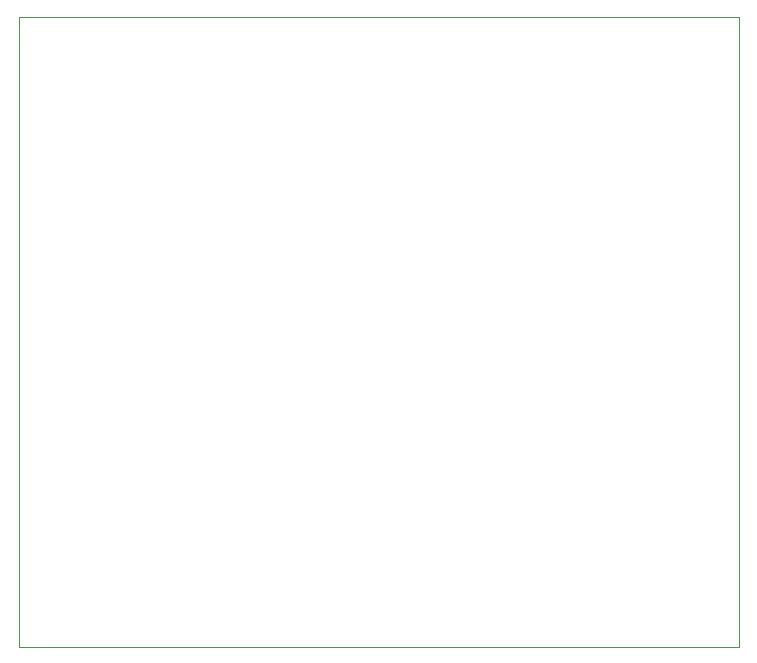
<source format=gbr>
G04 #@! TF.FileFunction,Profile,NP*
%FSLAX46Y46*%
G04 Gerber Fmt 4.6, Leading zero omitted, Abs format (unit mm)*
G04 Created by KiCad (PCBNEW 0.201502181246+5430~21~ubuntu14.04.1-product) date Sat 28 Feb 2015 10:50:20 PM PST*
%MOMM*%
G01*
G04 APERTURE LIST*
%ADD10C,0.100000*%
G04 APERTURE END LIST*
D10*
X140970000Y-105410000D02*
X140970000Y-52070000D01*
X80010000Y-105410000D02*
X140970000Y-105410000D01*
X80010000Y-52070000D02*
X80010000Y-105410000D01*
X140970000Y-52070000D02*
X80010000Y-52070000D01*
M02*

</source>
